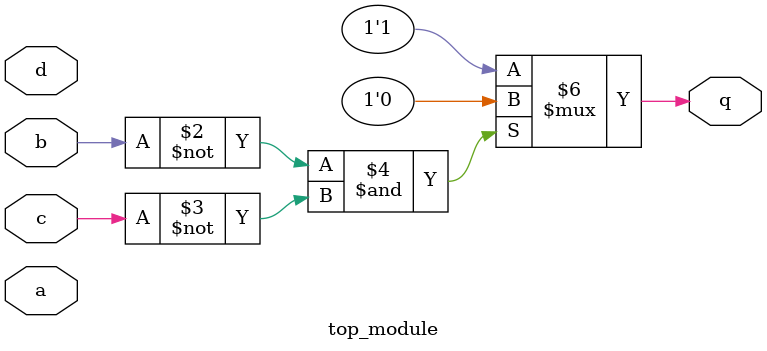
<source format=v>
module top_module (
    input a,
    input b,
    input c,
    input d,
    output q);//

    always@(*)begin
        if(~b&~c)begin
            q=0;
        end
        else q=1;
    end

endmodule

</source>
